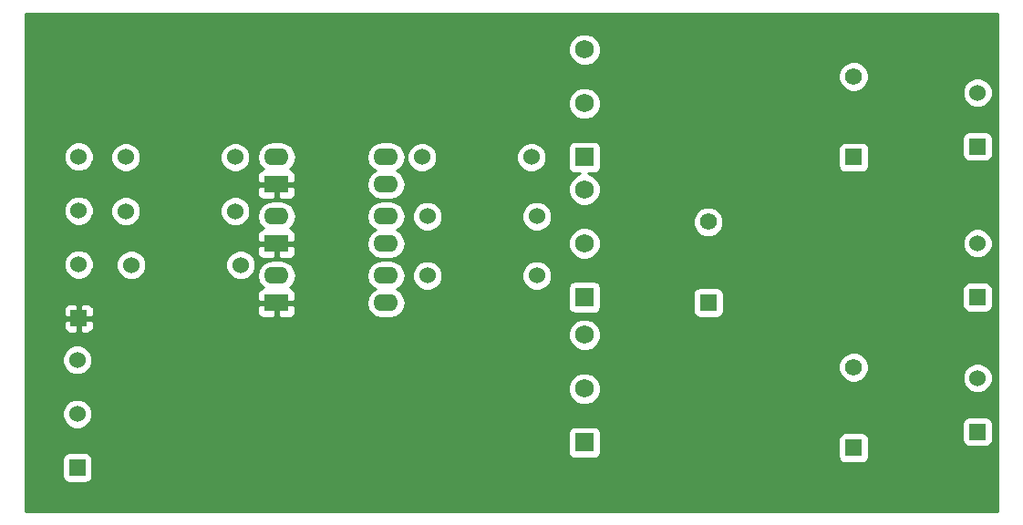
<source format=gbr>
G04 #@! TF.FileFunction,Copper,L2,Bot,Signal*
%FSLAX46Y46*%
G04 Gerber Fmt 4.6, Leading zero omitted, Abs format (unit mm)*
G04 Created by KiCad (PCBNEW 4.0.7-e1-6374~58~ubuntu14.04.1) date Fri Aug 18 20:16:30 2017*
%MOMM*%
%LPD*%
G01*
G04 APERTURE LIST*
%ADD10C,0.100000*%
%ADD11C,1.524000*%
%ADD12R,1.562100X1.562100*%
%ADD13C,1.562100*%
%ADD14R,1.524000X1.524000*%
%ADD15R,1.750000X1.750000*%
%ADD16C,1.750000*%
%ADD17R,2.286000X1.574800*%
%ADD18O,2.286000X1.574800*%
%ADD19C,0.254000*%
G04 APERTURE END LIST*
D10*
D11*
X167580000Y-140500000D03*
X157420000Y-140500000D03*
X167580000Y-145500000D03*
X157420000Y-145500000D03*
X168080000Y-150500000D03*
X157920000Y-150500000D03*
X184920000Y-140500000D03*
X195080000Y-140500000D03*
X185420000Y-146000000D03*
X195580000Y-146000000D03*
X185420000Y-151500000D03*
X195580000Y-151500000D03*
D12*
X225000000Y-140493000D03*
D13*
X225000000Y-133000000D03*
D12*
X211500000Y-153993000D03*
D13*
X211500000Y-146500000D03*
D12*
X225000000Y-167493000D03*
D13*
X225000000Y-160000000D03*
D14*
X236500000Y-166000000D03*
D11*
X236500000Y-161000000D03*
D14*
X236500000Y-139500000D03*
D11*
X236500000Y-134500000D03*
D14*
X236500000Y-153500000D03*
D11*
X236500000Y-148500000D03*
D14*
X153035000Y-155455000D03*
D11*
X153035000Y-150455000D03*
X153035000Y-145455000D03*
X153035000Y-140455000D03*
D14*
X152908000Y-169338000D03*
D11*
X152908000Y-164338000D03*
X152908000Y-159338000D03*
D15*
X200000000Y-140500000D03*
D16*
X200000000Y-135500000D03*
X200000000Y-130500000D03*
D15*
X200000000Y-153500000D03*
D16*
X200000000Y-148500000D03*
X200000000Y-143500000D03*
D15*
X200000000Y-167000000D03*
D16*
X200000000Y-162000000D03*
X200000000Y-157000000D03*
D17*
X171420000Y-154020000D03*
D18*
X171420000Y-151480000D03*
X181580000Y-151480000D03*
X181580000Y-154020000D03*
D17*
X171420000Y-148520000D03*
D18*
X171420000Y-145980000D03*
X181580000Y-145980000D03*
X181580000Y-148520000D03*
D17*
X171420000Y-143020000D03*
D18*
X171420000Y-140480000D03*
X181580000Y-140480000D03*
X181580000Y-143020000D03*
D19*
G36*
X238373000Y-173373000D02*
X148127000Y-173373000D01*
X148127000Y-168576000D01*
X151498560Y-168576000D01*
X151498560Y-170100000D01*
X151542838Y-170335317D01*
X151681910Y-170551441D01*
X151894110Y-170696431D01*
X152146000Y-170747440D01*
X153670000Y-170747440D01*
X153905317Y-170703162D01*
X154121441Y-170564090D01*
X154266431Y-170351890D01*
X154317440Y-170100000D01*
X154317440Y-168576000D01*
X154273162Y-168340683D01*
X154134090Y-168124559D01*
X153921890Y-167979569D01*
X153670000Y-167928560D01*
X152146000Y-167928560D01*
X151910683Y-167972838D01*
X151694559Y-168111910D01*
X151549569Y-168324110D01*
X151498560Y-168576000D01*
X148127000Y-168576000D01*
X148127000Y-166125000D01*
X198477560Y-166125000D01*
X198477560Y-167875000D01*
X198521838Y-168110317D01*
X198660910Y-168326441D01*
X198873110Y-168471431D01*
X199125000Y-168522440D01*
X200875000Y-168522440D01*
X201110317Y-168478162D01*
X201326441Y-168339090D01*
X201471431Y-168126890D01*
X201522440Y-167875000D01*
X201522440Y-166711950D01*
X223571510Y-166711950D01*
X223571510Y-168274050D01*
X223615788Y-168509367D01*
X223754860Y-168725491D01*
X223967060Y-168870481D01*
X224218950Y-168921490D01*
X225781050Y-168921490D01*
X226016367Y-168877212D01*
X226232491Y-168738140D01*
X226377481Y-168525940D01*
X226428490Y-168274050D01*
X226428490Y-166711950D01*
X226384212Y-166476633D01*
X226245140Y-166260509D01*
X226032940Y-166115519D01*
X225781050Y-166064510D01*
X224218950Y-166064510D01*
X223983633Y-166108788D01*
X223767509Y-166247860D01*
X223622519Y-166460060D01*
X223571510Y-166711950D01*
X201522440Y-166711950D01*
X201522440Y-166125000D01*
X201478162Y-165889683D01*
X201339090Y-165673559D01*
X201126890Y-165528569D01*
X200875000Y-165477560D01*
X199125000Y-165477560D01*
X198889683Y-165521838D01*
X198673559Y-165660910D01*
X198528569Y-165873110D01*
X198477560Y-166125000D01*
X148127000Y-166125000D01*
X148127000Y-164614661D01*
X151510758Y-164614661D01*
X151722990Y-165128303D01*
X152115630Y-165521629D01*
X152628900Y-165734757D01*
X153184661Y-165735242D01*
X153698303Y-165523010D01*
X153983810Y-165238000D01*
X235090560Y-165238000D01*
X235090560Y-166762000D01*
X235134838Y-166997317D01*
X235273910Y-167213441D01*
X235486110Y-167358431D01*
X235738000Y-167409440D01*
X237262000Y-167409440D01*
X237497317Y-167365162D01*
X237713441Y-167226090D01*
X237858431Y-167013890D01*
X237909440Y-166762000D01*
X237909440Y-165238000D01*
X237865162Y-165002683D01*
X237726090Y-164786559D01*
X237513890Y-164641569D01*
X237262000Y-164590560D01*
X235738000Y-164590560D01*
X235502683Y-164634838D01*
X235286559Y-164773910D01*
X235141569Y-164986110D01*
X235090560Y-165238000D01*
X153983810Y-165238000D01*
X154091629Y-165130370D01*
X154304757Y-164617100D01*
X154305242Y-164061339D01*
X154093010Y-163547697D01*
X153700370Y-163154371D01*
X153187100Y-162941243D01*
X152631339Y-162940758D01*
X152117697Y-163152990D01*
X151724371Y-163545630D01*
X151511243Y-164058900D01*
X151510758Y-164614661D01*
X148127000Y-164614661D01*
X148127000Y-162299040D01*
X198489738Y-162299040D01*
X198719138Y-162854229D01*
X199143537Y-163279370D01*
X199698325Y-163509738D01*
X200299040Y-163510262D01*
X200854229Y-163280862D01*
X201279370Y-162856463D01*
X201509738Y-162301675D01*
X201510262Y-161700960D01*
X201280862Y-161145771D01*
X200856463Y-160720630D01*
X200301675Y-160490262D01*
X199700960Y-160489738D01*
X199145771Y-160719138D01*
X198720630Y-161143537D01*
X198490262Y-161698325D01*
X198489738Y-162299040D01*
X148127000Y-162299040D01*
X148127000Y-159614661D01*
X151510758Y-159614661D01*
X151722990Y-160128303D01*
X152115630Y-160521629D01*
X152628900Y-160734757D01*
X153184661Y-160735242D01*
X153698303Y-160523010D01*
X153941302Y-160280434D01*
X223583705Y-160280434D01*
X223798831Y-160801080D01*
X224196825Y-161199769D01*
X224717095Y-161415804D01*
X225280434Y-161416295D01*
X225618374Y-161276661D01*
X235102758Y-161276661D01*
X235314990Y-161790303D01*
X235707630Y-162183629D01*
X236220900Y-162396757D01*
X236776661Y-162397242D01*
X237290303Y-162185010D01*
X237683629Y-161792370D01*
X237896757Y-161279100D01*
X237897242Y-160723339D01*
X237685010Y-160209697D01*
X237292370Y-159816371D01*
X236779100Y-159603243D01*
X236223339Y-159602758D01*
X235709697Y-159814990D01*
X235316371Y-160207630D01*
X235103243Y-160720900D01*
X235102758Y-161276661D01*
X225618374Y-161276661D01*
X225801080Y-161201169D01*
X226199769Y-160803175D01*
X226415804Y-160282905D01*
X226416295Y-159719566D01*
X226201169Y-159198920D01*
X225803175Y-158800231D01*
X225282905Y-158584196D01*
X224719566Y-158583705D01*
X224198920Y-158798831D01*
X223800231Y-159196825D01*
X223584196Y-159717095D01*
X223583705Y-160280434D01*
X153941302Y-160280434D01*
X154091629Y-160130370D01*
X154304757Y-159617100D01*
X154305242Y-159061339D01*
X154093010Y-158547697D01*
X153700370Y-158154371D01*
X153187100Y-157941243D01*
X152631339Y-157940758D01*
X152117697Y-158152990D01*
X151724371Y-158545630D01*
X151511243Y-159058900D01*
X151510758Y-159614661D01*
X148127000Y-159614661D01*
X148127000Y-157299040D01*
X198489738Y-157299040D01*
X198719138Y-157854229D01*
X199143537Y-158279370D01*
X199698325Y-158509738D01*
X200299040Y-158510262D01*
X200854229Y-158280862D01*
X201279370Y-157856463D01*
X201509738Y-157301675D01*
X201510262Y-156700960D01*
X201280862Y-156145771D01*
X200856463Y-155720630D01*
X200301675Y-155490262D01*
X199700960Y-155489738D01*
X199145771Y-155719138D01*
X198720630Y-156143537D01*
X198490262Y-156698325D01*
X198489738Y-157299040D01*
X148127000Y-157299040D01*
X148127000Y-155740750D01*
X151638000Y-155740750D01*
X151638000Y-156343309D01*
X151734673Y-156576698D01*
X151913301Y-156755327D01*
X152146690Y-156852000D01*
X152749250Y-156852000D01*
X152908000Y-156693250D01*
X152908000Y-155582000D01*
X153162000Y-155582000D01*
X153162000Y-156693250D01*
X153320750Y-156852000D01*
X153923310Y-156852000D01*
X154156699Y-156755327D01*
X154335327Y-156576698D01*
X154432000Y-156343309D01*
X154432000Y-155740750D01*
X154273250Y-155582000D01*
X153162000Y-155582000D01*
X152908000Y-155582000D01*
X151796750Y-155582000D01*
X151638000Y-155740750D01*
X148127000Y-155740750D01*
X148127000Y-154566691D01*
X151638000Y-154566691D01*
X151638000Y-155169250D01*
X151796750Y-155328000D01*
X152908000Y-155328000D01*
X152908000Y-154216750D01*
X153162000Y-154216750D01*
X153162000Y-155328000D01*
X154273250Y-155328000D01*
X154432000Y-155169250D01*
X154432000Y-154566691D01*
X154335327Y-154333302D01*
X154307776Y-154305750D01*
X169642000Y-154305750D01*
X169642000Y-154933710D01*
X169738673Y-155167099D01*
X169917302Y-155345727D01*
X170150691Y-155442400D01*
X171134250Y-155442400D01*
X171293000Y-155283650D01*
X171293000Y-154147000D01*
X171547000Y-154147000D01*
X171547000Y-155283650D01*
X171705750Y-155442400D01*
X172689309Y-155442400D01*
X172922698Y-155345727D01*
X173101327Y-155167099D01*
X173198000Y-154933710D01*
X173198000Y-154305750D01*
X173039250Y-154147000D01*
X171547000Y-154147000D01*
X171293000Y-154147000D01*
X169800750Y-154147000D01*
X169642000Y-154305750D01*
X154307776Y-154305750D01*
X154156699Y-154154673D01*
X153923310Y-154058000D01*
X153320750Y-154058000D01*
X153162000Y-154216750D01*
X152908000Y-154216750D01*
X152749250Y-154058000D01*
X152146690Y-154058000D01*
X151913301Y-154154673D01*
X151734673Y-154333302D01*
X151638000Y-154566691D01*
X148127000Y-154566691D01*
X148127000Y-150731661D01*
X151637758Y-150731661D01*
X151849990Y-151245303D01*
X152242630Y-151638629D01*
X152755900Y-151851757D01*
X153311661Y-151852242D01*
X153825303Y-151640010D01*
X154218629Y-151247370D01*
X154414084Y-150776661D01*
X156522758Y-150776661D01*
X156734990Y-151290303D01*
X157127630Y-151683629D01*
X157640900Y-151896757D01*
X158196661Y-151897242D01*
X158710303Y-151685010D01*
X159103629Y-151292370D01*
X159316757Y-150779100D01*
X159316759Y-150776661D01*
X166682758Y-150776661D01*
X166894990Y-151290303D01*
X167287630Y-151683629D01*
X167800900Y-151896757D01*
X168356661Y-151897242D01*
X168870303Y-151685010D01*
X169075671Y-151480000D01*
X169607167Y-151480000D01*
X169715441Y-152024329D01*
X170023778Y-152485789D01*
X170191115Y-152597600D01*
X170150691Y-152597600D01*
X169917302Y-152694273D01*
X169738673Y-152872901D01*
X169642000Y-153106290D01*
X169642000Y-153734250D01*
X169800750Y-153893000D01*
X171293000Y-153893000D01*
X171293000Y-153873000D01*
X171547000Y-153873000D01*
X171547000Y-153893000D01*
X173039250Y-153893000D01*
X173198000Y-153734250D01*
X173198000Y-153106290D01*
X173101327Y-152872901D01*
X172922698Y-152694273D01*
X172689309Y-152597600D01*
X172648885Y-152597600D01*
X172816222Y-152485789D01*
X173124559Y-152024329D01*
X173232833Y-151480000D01*
X179767167Y-151480000D01*
X179875441Y-152024329D01*
X180183778Y-152485789D01*
X180579199Y-152750000D01*
X180183778Y-153014211D01*
X179875441Y-153475671D01*
X179767167Y-154020000D01*
X179875441Y-154564329D01*
X180183778Y-155025789D01*
X180645238Y-155334126D01*
X181189567Y-155442400D01*
X181970433Y-155442400D01*
X182514762Y-155334126D01*
X182976222Y-155025789D01*
X183284559Y-154564329D01*
X183392833Y-154020000D01*
X183284559Y-153475671D01*
X182976222Y-153014211D01*
X182580801Y-152750000D01*
X182976222Y-152485789D01*
X183284559Y-152024329D01*
X183333823Y-151776661D01*
X184022758Y-151776661D01*
X184234990Y-152290303D01*
X184627630Y-152683629D01*
X185140900Y-152896757D01*
X185696661Y-152897242D01*
X186210303Y-152685010D01*
X186603629Y-152292370D01*
X186816757Y-151779100D01*
X186816759Y-151776661D01*
X194182758Y-151776661D01*
X194394990Y-152290303D01*
X194787630Y-152683629D01*
X195300900Y-152896757D01*
X195856661Y-152897242D01*
X196370303Y-152685010D01*
X196430417Y-152625000D01*
X198477560Y-152625000D01*
X198477560Y-154375000D01*
X198521838Y-154610317D01*
X198660910Y-154826441D01*
X198873110Y-154971431D01*
X199125000Y-155022440D01*
X200875000Y-155022440D01*
X201110317Y-154978162D01*
X201326441Y-154839090D01*
X201471431Y-154626890D01*
X201522440Y-154375000D01*
X201522440Y-153211950D01*
X210071510Y-153211950D01*
X210071510Y-154774050D01*
X210115788Y-155009367D01*
X210254860Y-155225491D01*
X210467060Y-155370481D01*
X210718950Y-155421490D01*
X212281050Y-155421490D01*
X212516367Y-155377212D01*
X212732491Y-155238140D01*
X212877481Y-155025940D01*
X212928490Y-154774050D01*
X212928490Y-153211950D01*
X212884212Y-152976633D01*
X212745140Y-152760509D01*
X212712197Y-152738000D01*
X235090560Y-152738000D01*
X235090560Y-154262000D01*
X235134838Y-154497317D01*
X235273910Y-154713441D01*
X235486110Y-154858431D01*
X235738000Y-154909440D01*
X237262000Y-154909440D01*
X237497317Y-154865162D01*
X237713441Y-154726090D01*
X237858431Y-154513890D01*
X237909440Y-154262000D01*
X237909440Y-152738000D01*
X237865162Y-152502683D01*
X237726090Y-152286559D01*
X237513890Y-152141569D01*
X237262000Y-152090560D01*
X235738000Y-152090560D01*
X235502683Y-152134838D01*
X235286559Y-152273910D01*
X235141569Y-152486110D01*
X235090560Y-152738000D01*
X212712197Y-152738000D01*
X212532940Y-152615519D01*
X212281050Y-152564510D01*
X210718950Y-152564510D01*
X210483633Y-152608788D01*
X210267509Y-152747860D01*
X210122519Y-152960060D01*
X210071510Y-153211950D01*
X201522440Y-153211950D01*
X201522440Y-152625000D01*
X201478162Y-152389683D01*
X201339090Y-152173559D01*
X201126890Y-152028569D01*
X200875000Y-151977560D01*
X199125000Y-151977560D01*
X198889683Y-152021838D01*
X198673559Y-152160910D01*
X198528569Y-152373110D01*
X198477560Y-152625000D01*
X196430417Y-152625000D01*
X196763629Y-152292370D01*
X196976757Y-151779100D01*
X196977242Y-151223339D01*
X196765010Y-150709697D01*
X196372370Y-150316371D01*
X195859100Y-150103243D01*
X195303339Y-150102758D01*
X194789697Y-150314990D01*
X194396371Y-150707630D01*
X194183243Y-151220900D01*
X194182758Y-151776661D01*
X186816759Y-151776661D01*
X186817242Y-151223339D01*
X186605010Y-150709697D01*
X186212370Y-150316371D01*
X185699100Y-150103243D01*
X185143339Y-150102758D01*
X184629697Y-150314990D01*
X184236371Y-150707630D01*
X184023243Y-151220900D01*
X184022758Y-151776661D01*
X183333823Y-151776661D01*
X183392833Y-151480000D01*
X183284559Y-150935671D01*
X182976222Y-150474211D01*
X182514762Y-150165874D01*
X181970433Y-150057600D01*
X181189567Y-150057600D01*
X180645238Y-150165874D01*
X180183778Y-150474211D01*
X179875441Y-150935671D01*
X179767167Y-151480000D01*
X173232833Y-151480000D01*
X173124559Y-150935671D01*
X172816222Y-150474211D01*
X172354762Y-150165874D01*
X171810433Y-150057600D01*
X171029567Y-150057600D01*
X170485238Y-150165874D01*
X170023778Y-150474211D01*
X169715441Y-150935671D01*
X169607167Y-151480000D01*
X169075671Y-151480000D01*
X169263629Y-151292370D01*
X169476757Y-150779100D01*
X169477242Y-150223339D01*
X169265010Y-149709697D01*
X168872370Y-149316371D01*
X168359100Y-149103243D01*
X167803339Y-149102758D01*
X167289697Y-149314990D01*
X166896371Y-149707630D01*
X166683243Y-150220900D01*
X166682758Y-150776661D01*
X159316759Y-150776661D01*
X159317242Y-150223339D01*
X159105010Y-149709697D01*
X158712370Y-149316371D01*
X158199100Y-149103243D01*
X157643339Y-149102758D01*
X157129697Y-149314990D01*
X156736371Y-149707630D01*
X156523243Y-150220900D01*
X156522758Y-150776661D01*
X154414084Y-150776661D01*
X154431757Y-150734100D01*
X154432242Y-150178339D01*
X154220010Y-149664697D01*
X153827370Y-149271371D01*
X153314100Y-149058243D01*
X152758339Y-149057758D01*
X152244697Y-149269990D01*
X151851371Y-149662630D01*
X151638243Y-150175900D01*
X151637758Y-150731661D01*
X148127000Y-150731661D01*
X148127000Y-148805750D01*
X169642000Y-148805750D01*
X169642000Y-149433710D01*
X169738673Y-149667099D01*
X169917302Y-149845727D01*
X170150691Y-149942400D01*
X171134250Y-149942400D01*
X171293000Y-149783650D01*
X171293000Y-148647000D01*
X171547000Y-148647000D01*
X171547000Y-149783650D01*
X171705750Y-149942400D01*
X172689309Y-149942400D01*
X172922698Y-149845727D01*
X173101327Y-149667099D01*
X173198000Y-149433710D01*
X173198000Y-148805750D01*
X173039250Y-148647000D01*
X171547000Y-148647000D01*
X171293000Y-148647000D01*
X169800750Y-148647000D01*
X169642000Y-148805750D01*
X148127000Y-148805750D01*
X148127000Y-145731661D01*
X151637758Y-145731661D01*
X151849990Y-146245303D01*
X152242630Y-146638629D01*
X152755900Y-146851757D01*
X153311661Y-146852242D01*
X153825303Y-146640010D01*
X154218629Y-146247370D01*
X154414084Y-145776661D01*
X156022758Y-145776661D01*
X156234990Y-146290303D01*
X156627630Y-146683629D01*
X157140900Y-146896757D01*
X157696661Y-146897242D01*
X158210303Y-146685010D01*
X158603629Y-146292370D01*
X158816757Y-145779100D01*
X158816759Y-145776661D01*
X166182758Y-145776661D01*
X166394990Y-146290303D01*
X166787630Y-146683629D01*
X167300900Y-146896757D01*
X167856661Y-146897242D01*
X168370303Y-146685010D01*
X168763629Y-146292370D01*
X168893336Y-145980000D01*
X169607167Y-145980000D01*
X169715441Y-146524329D01*
X170023778Y-146985789D01*
X170191115Y-147097600D01*
X170150691Y-147097600D01*
X169917302Y-147194273D01*
X169738673Y-147372901D01*
X169642000Y-147606290D01*
X169642000Y-148234250D01*
X169800750Y-148393000D01*
X171293000Y-148393000D01*
X171293000Y-148373000D01*
X171547000Y-148373000D01*
X171547000Y-148393000D01*
X173039250Y-148393000D01*
X173198000Y-148234250D01*
X173198000Y-147606290D01*
X173101327Y-147372901D01*
X172922698Y-147194273D01*
X172689309Y-147097600D01*
X172648885Y-147097600D01*
X172816222Y-146985789D01*
X173124559Y-146524329D01*
X173232833Y-145980000D01*
X179767167Y-145980000D01*
X179875441Y-146524329D01*
X180183778Y-146985789D01*
X180579199Y-147250000D01*
X180183778Y-147514211D01*
X179875441Y-147975671D01*
X179767167Y-148520000D01*
X179875441Y-149064329D01*
X180183778Y-149525789D01*
X180645238Y-149834126D01*
X181189567Y-149942400D01*
X181970433Y-149942400D01*
X182514762Y-149834126D01*
X182976222Y-149525789D01*
X183284559Y-149064329D01*
X183337328Y-148799040D01*
X198489738Y-148799040D01*
X198719138Y-149354229D01*
X199143537Y-149779370D01*
X199698325Y-150009738D01*
X200299040Y-150010262D01*
X200854229Y-149780862D01*
X201279370Y-149356463D01*
X201509738Y-148801675D01*
X201509759Y-148776661D01*
X235102758Y-148776661D01*
X235314990Y-149290303D01*
X235707630Y-149683629D01*
X236220900Y-149896757D01*
X236776661Y-149897242D01*
X237290303Y-149685010D01*
X237683629Y-149292370D01*
X237896757Y-148779100D01*
X237897242Y-148223339D01*
X237685010Y-147709697D01*
X237292370Y-147316371D01*
X236779100Y-147103243D01*
X236223339Y-147102758D01*
X235709697Y-147314990D01*
X235316371Y-147707630D01*
X235103243Y-148220900D01*
X235102758Y-148776661D01*
X201509759Y-148776661D01*
X201510262Y-148200960D01*
X201280862Y-147645771D01*
X200856463Y-147220630D01*
X200301675Y-146990262D01*
X199700960Y-146989738D01*
X199145771Y-147219138D01*
X198720630Y-147643537D01*
X198490262Y-148198325D01*
X198489738Y-148799040D01*
X183337328Y-148799040D01*
X183392833Y-148520000D01*
X183284559Y-147975671D01*
X182976222Y-147514211D01*
X182580801Y-147250000D01*
X182976222Y-146985789D01*
X183284559Y-146524329D01*
X183333823Y-146276661D01*
X184022758Y-146276661D01*
X184234990Y-146790303D01*
X184627630Y-147183629D01*
X185140900Y-147396757D01*
X185696661Y-147397242D01*
X186210303Y-147185010D01*
X186603629Y-146792370D01*
X186816757Y-146279100D01*
X186816759Y-146276661D01*
X194182758Y-146276661D01*
X194394990Y-146790303D01*
X194787630Y-147183629D01*
X195300900Y-147396757D01*
X195856661Y-147397242D01*
X196370303Y-147185010D01*
X196763629Y-146792370D01*
X196768585Y-146780434D01*
X210083705Y-146780434D01*
X210298831Y-147301080D01*
X210696825Y-147699769D01*
X211217095Y-147915804D01*
X211780434Y-147916295D01*
X212301080Y-147701169D01*
X212699769Y-147303175D01*
X212915804Y-146782905D01*
X212916295Y-146219566D01*
X212701169Y-145698920D01*
X212303175Y-145300231D01*
X211782905Y-145084196D01*
X211219566Y-145083705D01*
X210698920Y-145298831D01*
X210300231Y-145696825D01*
X210084196Y-146217095D01*
X210083705Y-146780434D01*
X196768585Y-146780434D01*
X196976757Y-146279100D01*
X196977242Y-145723339D01*
X196765010Y-145209697D01*
X196372370Y-144816371D01*
X195859100Y-144603243D01*
X195303339Y-144602758D01*
X194789697Y-144814990D01*
X194396371Y-145207630D01*
X194183243Y-145720900D01*
X194182758Y-146276661D01*
X186816759Y-146276661D01*
X186817242Y-145723339D01*
X186605010Y-145209697D01*
X186212370Y-144816371D01*
X185699100Y-144603243D01*
X185143339Y-144602758D01*
X184629697Y-144814990D01*
X184236371Y-145207630D01*
X184023243Y-145720900D01*
X184022758Y-146276661D01*
X183333823Y-146276661D01*
X183392833Y-145980000D01*
X183284559Y-145435671D01*
X182976222Y-144974211D01*
X182514762Y-144665874D01*
X181970433Y-144557600D01*
X181189567Y-144557600D01*
X180645238Y-144665874D01*
X180183778Y-144974211D01*
X179875441Y-145435671D01*
X179767167Y-145980000D01*
X173232833Y-145980000D01*
X173124559Y-145435671D01*
X172816222Y-144974211D01*
X172354762Y-144665874D01*
X171810433Y-144557600D01*
X171029567Y-144557600D01*
X170485238Y-144665874D01*
X170023778Y-144974211D01*
X169715441Y-145435671D01*
X169607167Y-145980000D01*
X168893336Y-145980000D01*
X168976757Y-145779100D01*
X168977242Y-145223339D01*
X168765010Y-144709697D01*
X168372370Y-144316371D01*
X167859100Y-144103243D01*
X167303339Y-144102758D01*
X166789697Y-144314990D01*
X166396371Y-144707630D01*
X166183243Y-145220900D01*
X166182758Y-145776661D01*
X158816759Y-145776661D01*
X158817242Y-145223339D01*
X158605010Y-144709697D01*
X158212370Y-144316371D01*
X157699100Y-144103243D01*
X157143339Y-144102758D01*
X156629697Y-144314990D01*
X156236371Y-144707630D01*
X156023243Y-145220900D01*
X156022758Y-145776661D01*
X154414084Y-145776661D01*
X154431757Y-145734100D01*
X154432242Y-145178339D01*
X154220010Y-144664697D01*
X153827370Y-144271371D01*
X153314100Y-144058243D01*
X152758339Y-144057758D01*
X152244697Y-144269990D01*
X151851371Y-144662630D01*
X151638243Y-145175900D01*
X151637758Y-145731661D01*
X148127000Y-145731661D01*
X148127000Y-143305750D01*
X169642000Y-143305750D01*
X169642000Y-143933710D01*
X169738673Y-144167099D01*
X169917302Y-144345727D01*
X170150691Y-144442400D01*
X171134250Y-144442400D01*
X171293000Y-144283650D01*
X171293000Y-143147000D01*
X171547000Y-143147000D01*
X171547000Y-144283650D01*
X171705750Y-144442400D01*
X172689309Y-144442400D01*
X172922698Y-144345727D01*
X173101327Y-144167099D01*
X173198000Y-143933710D01*
X173198000Y-143305750D01*
X173039250Y-143147000D01*
X171547000Y-143147000D01*
X171293000Y-143147000D01*
X169800750Y-143147000D01*
X169642000Y-143305750D01*
X148127000Y-143305750D01*
X148127000Y-140731661D01*
X151637758Y-140731661D01*
X151849990Y-141245303D01*
X152242630Y-141638629D01*
X152755900Y-141851757D01*
X153311661Y-141852242D01*
X153825303Y-141640010D01*
X154218629Y-141247370D01*
X154414084Y-140776661D01*
X156022758Y-140776661D01*
X156234990Y-141290303D01*
X156627630Y-141683629D01*
X157140900Y-141896757D01*
X157696661Y-141897242D01*
X158210303Y-141685010D01*
X158603629Y-141292370D01*
X158816757Y-140779100D01*
X158816759Y-140776661D01*
X166182758Y-140776661D01*
X166394990Y-141290303D01*
X166787630Y-141683629D01*
X167300900Y-141896757D01*
X167856661Y-141897242D01*
X168370303Y-141685010D01*
X168763629Y-141292370D01*
X168976757Y-140779100D01*
X168977018Y-140480000D01*
X169607167Y-140480000D01*
X169715441Y-141024329D01*
X170023778Y-141485789D01*
X170191115Y-141597600D01*
X170150691Y-141597600D01*
X169917302Y-141694273D01*
X169738673Y-141872901D01*
X169642000Y-142106290D01*
X169642000Y-142734250D01*
X169800750Y-142893000D01*
X171293000Y-142893000D01*
X171293000Y-142873000D01*
X171547000Y-142873000D01*
X171547000Y-142893000D01*
X173039250Y-142893000D01*
X173198000Y-142734250D01*
X173198000Y-142106290D01*
X173101327Y-141872901D01*
X172922698Y-141694273D01*
X172689309Y-141597600D01*
X172648885Y-141597600D01*
X172816222Y-141485789D01*
X173124559Y-141024329D01*
X173232833Y-140480000D01*
X179767167Y-140480000D01*
X179875441Y-141024329D01*
X180183778Y-141485789D01*
X180579199Y-141750000D01*
X180183778Y-142014211D01*
X179875441Y-142475671D01*
X179767167Y-143020000D01*
X179875441Y-143564329D01*
X180183778Y-144025789D01*
X180645238Y-144334126D01*
X181189567Y-144442400D01*
X181970433Y-144442400D01*
X182514762Y-144334126D01*
X182976222Y-144025789D01*
X183284559Y-143564329D01*
X183392833Y-143020000D01*
X183284559Y-142475671D01*
X182976222Y-142014211D01*
X182580801Y-141750000D01*
X182976222Y-141485789D01*
X183284559Y-141024329D01*
X183333823Y-140776661D01*
X183522758Y-140776661D01*
X183734990Y-141290303D01*
X184127630Y-141683629D01*
X184640900Y-141896757D01*
X185196661Y-141897242D01*
X185710303Y-141685010D01*
X186103629Y-141292370D01*
X186316757Y-140779100D01*
X186316759Y-140776661D01*
X193682758Y-140776661D01*
X193894990Y-141290303D01*
X194287630Y-141683629D01*
X194800900Y-141896757D01*
X195356661Y-141897242D01*
X195870303Y-141685010D01*
X196263629Y-141292370D01*
X196476757Y-140779100D01*
X196477242Y-140223339D01*
X196265010Y-139709697D01*
X196180461Y-139625000D01*
X198477560Y-139625000D01*
X198477560Y-141375000D01*
X198521838Y-141610317D01*
X198660910Y-141826441D01*
X198873110Y-141971431D01*
X199125000Y-142022440D01*
X199621815Y-142022440D01*
X199145771Y-142219138D01*
X198720630Y-142643537D01*
X198490262Y-143198325D01*
X198489738Y-143799040D01*
X198719138Y-144354229D01*
X199143537Y-144779370D01*
X199698325Y-145009738D01*
X200299040Y-145010262D01*
X200854229Y-144780862D01*
X201279370Y-144356463D01*
X201509738Y-143801675D01*
X201510262Y-143200960D01*
X201280862Y-142645771D01*
X200856463Y-142220630D01*
X200379168Y-142022440D01*
X200875000Y-142022440D01*
X201110317Y-141978162D01*
X201326441Y-141839090D01*
X201471431Y-141626890D01*
X201522440Y-141375000D01*
X201522440Y-139711950D01*
X223571510Y-139711950D01*
X223571510Y-141274050D01*
X223615788Y-141509367D01*
X223754860Y-141725491D01*
X223967060Y-141870481D01*
X224218950Y-141921490D01*
X225781050Y-141921490D01*
X226016367Y-141877212D01*
X226232491Y-141738140D01*
X226377481Y-141525940D01*
X226428490Y-141274050D01*
X226428490Y-139711950D01*
X226384212Y-139476633D01*
X226245140Y-139260509D01*
X226032940Y-139115519D01*
X225781050Y-139064510D01*
X224218950Y-139064510D01*
X223983633Y-139108788D01*
X223767509Y-139247860D01*
X223622519Y-139460060D01*
X223571510Y-139711950D01*
X201522440Y-139711950D01*
X201522440Y-139625000D01*
X201478162Y-139389683D01*
X201339090Y-139173559D01*
X201126890Y-139028569D01*
X200875000Y-138977560D01*
X199125000Y-138977560D01*
X198889683Y-139021838D01*
X198673559Y-139160910D01*
X198528569Y-139373110D01*
X198477560Y-139625000D01*
X196180461Y-139625000D01*
X195872370Y-139316371D01*
X195359100Y-139103243D01*
X194803339Y-139102758D01*
X194289697Y-139314990D01*
X193896371Y-139707630D01*
X193683243Y-140220900D01*
X193682758Y-140776661D01*
X186316759Y-140776661D01*
X186317242Y-140223339D01*
X186105010Y-139709697D01*
X185712370Y-139316371D01*
X185199100Y-139103243D01*
X184643339Y-139102758D01*
X184129697Y-139314990D01*
X183736371Y-139707630D01*
X183523243Y-140220900D01*
X183522758Y-140776661D01*
X183333823Y-140776661D01*
X183392833Y-140480000D01*
X183284559Y-139935671D01*
X182976222Y-139474211D01*
X182514762Y-139165874D01*
X181970433Y-139057600D01*
X181189567Y-139057600D01*
X180645238Y-139165874D01*
X180183778Y-139474211D01*
X179875441Y-139935671D01*
X179767167Y-140480000D01*
X173232833Y-140480000D01*
X173124559Y-139935671D01*
X172816222Y-139474211D01*
X172354762Y-139165874D01*
X171810433Y-139057600D01*
X171029567Y-139057600D01*
X170485238Y-139165874D01*
X170023778Y-139474211D01*
X169715441Y-139935671D01*
X169607167Y-140480000D01*
X168977018Y-140480000D01*
X168977242Y-140223339D01*
X168765010Y-139709697D01*
X168372370Y-139316371D01*
X167859100Y-139103243D01*
X167303339Y-139102758D01*
X166789697Y-139314990D01*
X166396371Y-139707630D01*
X166183243Y-140220900D01*
X166182758Y-140776661D01*
X158816759Y-140776661D01*
X158817242Y-140223339D01*
X158605010Y-139709697D01*
X158212370Y-139316371D01*
X157699100Y-139103243D01*
X157143339Y-139102758D01*
X156629697Y-139314990D01*
X156236371Y-139707630D01*
X156023243Y-140220900D01*
X156022758Y-140776661D01*
X154414084Y-140776661D01*
X154431757Y-140734100D01*
X154432242Y-140178339D01*
X154220010Y-139664697D01*
X153827370Y-139271371D01*
X153314100Y-139058243D01*
X152758339Y-139057758D01*
X152244697Y-139269990D01*
X151851371Y-139662630D01*
X151638243Y-140175900D01*
X151637758Y-140731661D01*
X148127000Y-140731661D01*
X148127000Y-138738000D01*
X235090560Y-138738000D01*
X235090560Y-140262000D01*
X235134838Y-140497317D01*
X235273910Y-140713441D01*
X235486110Y-140858431D01*
X235738000Y-140909440D01*
X237262000Y-140909440D01*
X237497317Y-140865162D01*
X237713441Y-140726090D01*
X237858431Y-140513890D01*
X237909440Y-140262000D01*
X237909440Y-138738000D01*
X237865162Y-138502683D01*
X237726090Y-138286559D01*
X237513890Y-138141569D01*
X237262000Y-138090560D01*
X235738000Y-138090560D01*
X235502683Y-138134838D01*
X235286559Y-138273910D01*
X235141569Y-138486110D01*
X235090560Y-138738000D01*
X148127000Y-138738000D01*
X148127000Y-135799040D01*
X198489738Y-135799040D01*
X198719138Y-136354229D01*
X199143537Y-136779370D01*
X199698325Y-137009738D01*
X200299040Y-137010262D01*
X200854229Y-136780862D01*
X201279370Y-136356463D01*
X201509738Y-135801675D01*
X201510262Y-135200960D01*
X201334945Y-134776661D01*
X235102758Y-134776661D01*
X235314990Y-135290303D01*
X235707630Y-135683629D01*
X236220900Y-135896757D01*
X236776661Y-135897242D01*
X237290303Y-135685010D01*
X237683629Y-135292370D01*
X237896757Y-134779100D01*
X237897242Y-134223339D01*
X237685010Y-133709697D01*
X237292370Y-133316371D01*
X236779100Y-133103243D01*
X236223339Y-133102758D01*
X235709697Y-133314990D01*
X235316371Y-133707630D01*
X235103243Y-134220900D01*
X235102758Y-134776661D01*
X201334945Y-134776661D01*
X201280862Y-134645771D01*
X200856463Y-134220630D01*
X200301675Y-133990262D01*
X199700960Y-133989738D01*
X199145771Y-134219138D01*
X198720630Y-134643537D01*
X198490262Y-135198325D01*
X198489738Y-135799040D01*
X148127000Y-135799040D01*
X148127000Y-133280434D01*
X223583705Y-133280434D01*
X223798831Y-133801080D01*
X224196825Y-134199769D01*
X224717095Y-134415804D01*
X225280434Y-134416295D01*
X225801080Y-134201169D01*
X226199769Y-133803175D01*
X226415804Y-133282905D01*
X226416295Y-132719566D01*
X226201169Y-132198920D01*
X225803175Y-131800231D01*
X225282905Y-131584196D01*
X224719566Y-131583705D01*
X224198920Y-131798831D01*
X223800231Y-132196825D01*
X223584196Y-132717095D01*
X223583705Y-133280434D01*
X148127000Y-133280434D01*
X148127000Y-130799040D01*
X198489738Y-130799040D01*
X198719138Y-131354229D01*
X199143537Y-131779370D01*
X199698325Y-132009738D01*
X200299040Y-132010262D01*
X200854229Y-131780862D01*
X201279370Y-131356463D01*
X201509738Y-130801675D01*
X201510262Y-130200960D01*
X201280862Y-129645771D01*
X200856463Y-129220630D01*
X200301675Y-128990262D01*
X199700960Y-128989738D01*
X199145771Y-129219138D01*
X198720630Y-129643537D01*
X198490262Y-130198325D01*
X198489738Y-130799040D01*
X148127000Y-130799040D01*
X148127000Y-127127000D01*
X238373000Y-127127000D01*
X238373000Y-173373000D01*
X238373000Y-173373000D01*
G37*
X238373000Y-173373000D02*
X148127000Y-173373000D01*
X148127000Y-168576000D01*
X151498560Y-168576000D01*
X151498560Y-170100000D01*
X151542838Y-170335317D01*
X151681910Y-170551441D01*
X151894110Y-170696431D01*
X152146000Y-170747440D01*
X153670000Y-170747440D01*
X153905317Y-170703162D01*
X154121441Y-170564090D01*
X154266431Y-170351890D01*
X154317440Y-170100000D01*
X154317440Y-168576000D01*
X154273162Y-168340683D01*
X154134090Y-168124559D01*
X153921890Y-167979569D01*
X153670000Y-167928560D01*
X152146000Y-167928560D01*
X151910683Y-167972838D01*
X151694559Y-168111910D01*
X151549569Y-168324110D01*
X151498560Y-168576000D01*
X148127000Y-168576000D01*
X148127000Y-166125000D01*
X198477560Y-166125000D01*
X198477560Y-167875000D01*
X198521838Y-168110317D01*
X198660910Y-168326441D01*
X198873110Y-168471431D01*
X199125000Y-168522440D01*
X200875000Y-168522440D01*
X201110317Y-168478162D01*
X201326441Y-168339090D01*
X201471431Y-168126890D01*
X201522440Y-167875000D01*
X201522440Y-166711950D01*
X223571510Y-166711950D01*
X223571510Y-168274050D01*
X223615788Y-168509367D01*
X223754860Y-168725491D01*
X223967060Y-168870481D01*
X224218950Y-168921490D01*
X225781050Y-168921490D01*
X226016367Y-168877212D01*
X226232491Y-168738140D01*
X226377481Y-168525940D01*
X226428490Y-168274050D01*
X226428490Y-166711950D01*
X226384212Y-166476633D01*
X226245140Y-166260509D01*
X226032940Y-166115519D01*
X225781050Y-166064510D01*
X224218950Y-166064510D01*
X223983633Y-166108788D01*
X223767509Y-166247860D01*
X223622519Y-166460060D01*
X223571510Y-166711950D01*
X201522440Y-166711950D01*
X201522440Y-166125000D01*
X201478162Y-165889683D01*
X201339090Y-165673559D01*
X201126890Y-165528569D01*
X200875000Y-165477560D01*
X199125000Y-165477560D01*
X198889683Y-165521838D01*
X198673559Y-165660910D01*
X198528569Y-165873110D01*
X198477560Y-166125000D01*
X148127000Y-166125000D01*
X148127000Y-164614661D01*
X151510758Y-164614661D01*
X151722990Y-165128303D01*
X152115630Y-165521629D01*
X152628900Y-165734757D01*
X153184661Y-165735242D01*
X153698303Y-165523010D01*
X153983810Y-165238000D01*
X235090560Y-165238000D01*
X235090560Y-166762000D01*
X235134838Y-166997317D01*
X235273910Y-167213441D01*
X235486110Y-167358431D01*
X235738000Y-167409440D01*
X237262000Y-167409440D01*
X237497317Y-167365162D01*
X237713441Y-167226090D01*
X237858431Y-167013890D01*
X237909440Y-166762000D01*
X237909440Y-165238000D01*
X237865162Y-165002683D01*
X237726090Y-164786559D01*
X237513890Y-164641569D01*
X237262000Y-164590560D01*
X235738000Y-164590560D01*
X235502683Y-164634838D01*
X235286559Y-164773910D01*
X235141569Y-164986110D01*
X235090560Y-165238000D01*
X153983810Y-165238000D01*
X154091629Y-165130370D01*
X154304757Y-164617100D01*
X154305242Y-164061339D01*
X154093010Y-163547697D01*
X153700370Y-163154371D01*
X153187100Y-162941243D01*
X152631339Y-162940758D01*
X152117697Y-163152990D01*
X151724371Y-163545630D01*
X151511243Y-164058900D01*
X151510758Y-164614661D01*
X148127000Y-164614661D01*
X148127000Y-162299040D01*
X198489738Y-162299040D01*
X198719138Y-162854229D01*
X199143537Y-163279370D01*
X199698325Y-163509738D01*
X200299040Y-163510262D01*
X200854229Y-163280862D01*
X201279370Y-162856463D01*
X201509738Y-162301675D01*
X201510262Y-161700960D01*
X201280862Y-161145771D01*
X200856463Y-160720630D01*
X200301675Y-160490262D01*
X199700960Y-160489738D01*
X199145771Y-160719138D01*
X198720630Y-161143537D01*
X198490262Y-161698325D01*
X198489738Y-162299040D01*
X148127000Y-162299040D01*
X148127000Y-159614661D01*
X151510758Y-159614661D01*
X151722990Y-160128303D01*
X152115630Y-160521629D01*
X152628900Y-160734757D01*
X153184661Y-160735242D01*
X153698303Y-160523010D01*
X153941302Y-160280434D01*
X223583705Y-160280434D01*
X223798831Y-160801080D01*
X224196825Y-161199769D01*
X224717095Y-161415804D01*
X225280434Y-161416295D01*
X225618374Y-161276661D01*
X235102758Y-161276661D01*
X235314990Y-161790303D01*
X235707630Y-162183629D01*
X236220900Y-162396757D01*
X236776661Y-162397242D01*
X237290303Y-162185010D01*
X237683629Y-161792370D01*
X237896757Y-161279100D01*
X237897242Y-160723339D01*
X237685010Y-160209697D01*
X237292370Y-159816371D01*
X236779100Y-159603243D01*
X236223339Y-159602758D01*
X235709697Y-159814990D01*
X235316371Y-160207630D01*
X235103243Y-160720900D01*
X235102758Y-161276661D01*
X225618374Y-161276661D01*
X225801080Y-161201169D01*
X226199769Y-160803175D01*
X226415804Y-160282905D01*
X226416295Y-159719566D01*
X226201169Y-159198920D01*
X225803175Y-158800231D01*
X225282905Y-158584196D01*
X224719566Y-158583705D01*
X224198920Y-158798831D01*
X223800231Y-159196825D01*
X223584196Y-159717095D01*
X223583705Y-160280434D01*
X153941302Y-160280434D01*
X154091629Y-160130370D01*
X154304757Y-159617100D01*
X154305242Y-159061339D01*
X154093010Y-158547697D01*
X153700370Y-158154371D01*
X153187100Y-157941243D01*
X152631339Y-157940758D01*
X152117697Y-158152990D01*
X151724371Y-158545630D01*
X151511243Y-159058900D01*
X151510758Y-159614661D01*
X148127000Y-159614661D01*
X148127000Y-157299040D01*
X198489738Y-157299040D01*
X198719138Y-157854229D01*
X199143537Y-158279370D01*
X199698325Y-158509738D01*
X200299040Y-158510262D01*
X200854229Y-158280862D01*
X201279370Y-157856463D01*
X201509738Y-157301675D01*
X201510262Y-156700960D01*
X201280862Y-156145771D01*
X200856463Y-155720630D01*
X200301675Y-155490262D01*
X199700960Y-155489738D01*
X199145771Y-155719138D01*
X198720630Y-156143537D01*
X198490262Y-156698325D01*
X198489738Y-157299040D01*
X148127000Y-157299040D01*
X148127000Y-155740750D01*
X151638000Y-155740750D01*
X151638000Y-156343309D01*
X151734673Y-156576698D01*
X151913301Y-156755327D01*
X152146690Y-156852000D01*
X152749250Y-156852000D01*
X152908000Y-156693250D01*
X152908000Y-155582000D01*
X153162000Y-155582000D01*
X153162000Y-156693250D01*
X153320750Y-156852000D01*
X153923310Y-156852000D01*
X154156699Y-156755327D01*
X154335327Y-156576698D01*
X154432000Y-156343309D01*
X154432000Y-155740750D01*
X154273250Y-155582000D01*
X153162000Y-155582000D01*
X152908000Y-155582000D01*
X151796750Y-155582000D01*
X151638000Y-155740750D01*
X148127000Y-155740750D01*
X148127000Y-154566691D01*
X151638000Y-154566691D01*
X151638000Y-155169250D01*
X151796750Y-155328000D01*
X152908000Y-155328000D01*
X152908000Y-154216750D01*
X153162000Y-154216750D01*
X153162000Y-155328000D01*
X154273250Y-155328000D01*
X154432000Y-155169250D01*
X154432000Y-154566691D01*
X154335327Y-154333302D01*
X154307776Y-154305750D01*
X169642000Y-154305750D01*
X169642000Y-154933710D01*
X169738673Y-155167099D01*
X169917302Y-155345727D01*
X170150691Y-155442400D01*
X171134250Y-155442400D01*
X171293000Y-155283650D01*
X171293000Y-154147000D01*
X171547000Y-154147000D01*
X171547000Y-155283650D01*
X171705750Y-155442400D01*
X172689309Y-155442400D01*
X172922698Y-155345727D01*
X173101327Y-155167099D01*
X173198000Y-154933710D01*
X173198000Y-154305750D01*
X173039250Y-154147000D01*
X171547000Y-154147000D01*
X171293000Y-154147000D01*
X169800750Y-154147000D01*
X169642000Y-154305750D01*
X154307776Y-154305750D01*
X154156699Y-154154673D01*
X153923310Y-154058000D01*
X153320750Y-154058000D01*
X153162000Y-154216750D01*
X152908000Y-154216750D01*
X152749250Y-154058000D01*
X152146690Y-154058000D01*
X151913301Y-154154673D01*
X151734673Y-154333302D01*
X151638000Y-154566691D01*
X148127000Y-154566691D01*
X148127000Y-150731661D01*
X151637758Y-150731661D01*
X151849990Y-151245303D01*
X152242630Y-151638629D01*
X152755900Y-151851757D01*
X153311661Y-151852242D01*
X153825303Y-151640010D01*
X154218629Y-151247370D01*
X154414084Y-150776661D01*
X156522758Y-150776661D01*
X156734990Y-151290303D01*
X157127630Y-151683629D01*
X157640900Y-151896757D01*
X158196661Y-151897242D01*
X158710303Y-151685010D01*
X159103629Y-151292370D01*
X159316757Y-150779100D01*
X159316759Y-150776661D01*
X166682758Y-150776661D01*
X166894990Y-151290303D01*
X167287630Y-151683629D01*
X167800900Y-151896757D01*
X168356661Y-151897242D01*
X168870303Y-151685010D01*
X169075671Y-151480000D01*
X169607167Y-151480000D01*
X169715441Y-152024329D01*
X170023778Y-152485789D01*
X170191115Y-152597600D01*
X170150691Y-152597600D01*
X169917302Y-152694273D01*
X169738673Y-152872901D01*
X169642000Y-153106290D01*
X169642000Y-153734250D01*
X169800750Y-153893000D01*
X171293000Y-153893000D01*
X171293000Y-153873000D01*
X171547000Y-153873000D01*
X171547000Y-153893000D01*
X173039250Y-153893000D01*
X173198000Y-153734250D01*
X173198000Y-153106290D01*
X173101327Y-152872901D01*
X172922698Y-152694273D01*
X172689309Y-152597600D01*
X172648885Y-152597600D01*
X172816222Y-152485789D01*
X173124559Y-152024329D01*
X173232833Y-151480000D01*
X179767167Y-151480000D01*
X179875441Y-152024329D01*
X180183778Y-152485789D01*
X180579199Y-152750000D01*
X180183778Y-153014211D01*
X179875441Y-153475671D01*
X179767167Y-154020000D01*
X179875441Y-154564329D01*
X180183778Y-155025789D01*
X180645238Y-155334126D01*
X181189567Y-155442400D01*
X181970433Y-155442400D01*
X182514762Y-155334126D01*
X182976222Y-155025789D01*
X183284559Y-154564329D01*
X183392833Y-154020000D01*
X183284559Y-153475671D01*
X182976222Y-153014211D01*
X182580801Y-152750000D01*
X182976222Y-152485789D01*
X183284559Y-152024329D01*
X183333823Y-151776661D01*
X184022758Y-151776661D01*
X184234990Y-152290303D01*
X184627630Y-152683629D01*
X185140900Y-152896757D01*
X185696661Y-152897242D01*
X186210303Y-152685010D01*
X186603629Y-152292370D01*
X186816757Y-151779100D01*
X186816759Y-151776661D01*
X194182758Y-151776661D01*
X194394990Y-152290303D01*
X194787630Y-152683629D01*
X195300900Y-152896757D01*
X195856661Y-152897242D01*
X196370303Y-152685010D01*
X196430417Y-152625000D01*
X198477560Y-152625000D01*
X198477560Y-154375000D01*
X198521838Y-154610317D01*
X198660910Y-154826441D01*
X198873110Y-154971431D01*
X199125000Y-155022440D01*
X200875000Y-155022440D01*
X201110317Y-154978162D01*
X201326441Y-154839090D01*
X201471431Y-154626890D01*
X201522440Y-154375000D01*
X201522440Y-153211950D01*
X210071510Y-153211950D01*
X210071510Y-154774050D01*
X210115788Y-155009367D01*
X210254860Y-155225491D01*
X210467060Y-155370481D01*
X210718950Y-155421490D01*
X212281050Y-155421490D01*
X212516367Y-155377212D01*
X212732491Y-155238140D01*
X212877481Y-155025940D01*
X212928490Y-154774050D01*
X212928490Y-153211950D01*
X212884212Y-152976633D01*
X212745140Y-152760509D01*
X212712197Y-152738000D01*
X235090560Y-152738000D01*
X235090560Y-154262000D01*
X235134838Y-154497317D01*
X235273910Y-154713441D01*
X235486110Y-154858431D01*
X235738000Y-154909440D01*
X237262000Y-154909440D01*
X237497317Y-154865162D01*
X237713441Y-154726090D01*
X237858431Y-154513890D01*
X237909440Y-154262000D01*
X237909440Y-152738000D01*
X237865162Y-152502683D01*
X237726090Y-152286559D01*
X237513890Y-152141569D01*
X237262000Y-152090560D01*
X235738000Y-152090560D01*
X235502683Y-152134838D01*
X235286559Y-152273910D01*
X235141569Y-152486110D01*
X235090560Y-152738000D01*
X212712197Y-152738000D01*
X212532940Y-152615519D01*
X212281050Y-152564510D01*
X210718950Y-152564510D01*
X210483633Y-152608788D01*
X210267509Y-152747860D01*
X210122519Y-152960060D01*
X210071510Y-153211950D01*
X201522440Y-153211950D01*
X201522440Y-152625000D01*
X201478162Y-152389683D01*
X201339090Y-152173559D01*
X201126890Y-152028569D01*
X200875000Y-151977560D01*
X199125000Y-151977560D01*
X198889683Y-152021838D01*
X198673559Y-152160910D01*
X198528569Y-152373110D01*
X198477560Y-152625000D01*
X196430417Y-152625000D01*
X196763629Y-152292370D01*
X196976757Y-151779100D01*
X196977242Y-151223339D01*
X196765010Y-150709697D01*
X196372370Y-150316371D01*
X195859100Y-150103243D01*
X195303339Y-150102758D01*
X194789697Y-150314990D01*
X194396371Y-150707630D01*
X194183243Y-151220900D01*
X194182758Y-151776661D01*
X186816759Y-151776661D01*
X186817242Y-151223339D01*
X186605010Y-150709697D01*
X186212370Y-150316371D01*
X185699100Y-150103243D01*
X185143339Y-150102758D01*
X184629697Y-150314990D01*
X184236371Y-150707630D01*
X184023243Y-151220900D01*
X184022758Y-151776661D01*
X183333823Y-151776661D01*
X183392833Y-151480000D01*
X183284559Y-150935671D01*
X182976222Y-150474211D01*
X182514762Y-150165874D01*
X181970433Y-150057600D01*
X181189567Y-150057600D01*
X180645238Y-150165874D01*
X180183778Y-150474211D01*
X179875441Y-150935671D01*
X179767167Y-151480000D01*
X173232833Y-151480000D01*
X173124559Y-150935671D01*
X172816222Y-150474211D01*
X172354762Y-150165874D01*
X171810433Y-150057600D01*
X171029567Y-150057600D01*
X170485238Y-150165874D01*
X170023778Y-150474211D01*
X169715441Y-150935671D01*
X169607167Y-151480000D01*
X169075671Y-151480000D01*
X169263629Y-151292370D01*
X169476757Y-150779100D01*
X169477242Y-150223339D01*
X169265010Y-149709697D01*
X168872370Y-149316371D01*
X168359100Y-149103243D01*
X167803339Y-149102758D01*
X167289697Y-149314990D01*
X166896371Y-149707630D01*
X166683243Y-150220900D01*
X166682758Y-150776661D01*
X159316759Y-150776661D01*
X159317242Y-150223339D01*
X159105010Y-149709697D01*
X158712370Y-149316371D01*
X158199100Y-149103243D01*
X157643339Y-149102758D01*
X157129697Y-149314990D01*
X156736371Y-149707630D01*
X156523243Y-150220900D01*
X156522758Y-150776661D01*
X154414084Y-150776661D01*
X154431757Y-150734100D01*
X154432242Y-150178339D01*
X154220010Y-149664697D01*
X153827370Y-149271371D01*
X153314100Y-149058243D01*
X152758339Y-149057758D01*
X152244697Y-149269990D01*
X151851371Y-149662630D01*
X151638243Y-150175900D01*
X151637758Y-150731661D01*
X148127000Y-150731661D01*
X148127000Y-148805750D01*
X169642000Y-148805750D01*
X169642000Y-149433710D01*
X169738673Y-149667099D01*
X169917302Y-149845727D01*
X170150691Y-149942400D01*
X171134250Y-149942400D01*
X171293000Y-149783650D01*
X171293000Y-148647000D01*
X171547000Y-148647000D01*
X171547000Y-149783650D01*
X171705750Y-149942400D01*
X172689309Y-149942400D01*
X172922698Y-149845727D01*
X173101327Y-149667099D01*
X173198000Y-149433710D01*
X173198000Y-148805750D01*
X173039250Y-148647000D01*
X171547000Y-148647000D01*
X171293000Y-148647000D01*
X169800750Y-148647000D01*
X169642000Y-148805750D01*
X148127000Y-148805750D01*
X148127000Y-145731661D01*
X151637758Y-145731661D01*
X151849990Y-146245303D01*
X152242630Y-146638629D01*
X152755900Y-146851757D01*
X153311661Y-146852242D01*
X153825303Y-146640010D01*
X154218629Y-146247370D01*
X154414084Y-145776661D01*
X156022758Y-145776661D01*
X156234990Y-146290303D01*
X156627630Y-146683629D01*
X157140900Y-146896757D01*
X157696661Y-146897242D01*
X158210303Y-146685010D01*
X158603629Y-146292370D01*
X158816757Y-145779100D01*
X158816759Y-145776661D01*
X166182758Y-145776661D01*
X166394990Y-146290303D01*
X166787630Y-146683629D01*
X167300900Y-146896757D01*
X167856661Y-146897242D01*
X168370303Y-146685010D01*
X168763629Y-146292370D01*
X168893336Y-145980000D01*
X169607167Y-145980000D01*
X169715441Y-146524329D01*
X170023778Y-146985789D01*
X170191115Y-147097600D01*
X170150691Y-147097600D01*
X169917302Y-147194273D01*
X169738673Y-147372901D01*
X169642000Y-147606290D01*
X169642000Y-148234250D01*
X169800750Y-148393000D01*
X171293000Y-148393000D01*
X171293000Y-148373000D01*
X171547000Y-148373000D01*
X171547000Y-148393000D01*
X173039250Y-148393000D01*
X173198000Y-148234250D01*
X173198000Y-147606290D01*
X173101327Y-147372901D01*
X172922698Y-147194273D01*
X172689309Y-147097600D01*
X172648885Y-147097600D01*
X172816222Y-146985789D01*
X173124559Y-146524329D01*
X173232833Y-145980000D01*
X179767167Y-145980000D01*
X179875441Y-146524329D01*
X180183778Y-146985789D01*
X180579199Y-147250000D01*
X180183778Y-147514211D01*
X179875441Y-147975671D01*
X179767167Y-148520000D01*
X179875441Y-149064329D01*
X180183778Y-149525789D01*
X180645238Y-149834126D01*
X181189567Y-149942400D01*
X181970433Y-149942400D01*
X182514762Y-149834126D01*
X182976222Y-149525789D01*
X183284559Y-149064329D01*
X183337328Y-148799040D01*
X198489738Y-148799040D01*
X198719138Y-149354229D01*
X199143537Y-149779370D01*
X199698325Y-150009738D01*
X200299040Y-150010262D01*
X200854229Y-149780862D01*
X201279370Y-149356463D01*
X201509738Y-148801675D01*
X201509759Y-148776661D01*
X235102758Y-148776661D01*
X235314990Y-149290303D01*
X235707630Y-149683629D01*
X236220900Y-149896757D01*
X236776661Y-149897242D01*
X237290303Y-149685010D01*
X237683629Y-149292370D01*
X237896757Y-148779100D01*
X237897242Y-148223339D01*
X237685010Y-147709697D01*
X237292370Y-147316371D01*
X236779100Y-147103243D01*
X236223339Y-147102758D01*
X235709697Y-147314990D01*
X235316371Y-147707630D01*
X235103243Y-148220900D01*
X235102758Y-148776661D01*
X201509759Y-148776661D01*
X201510262Y-148200960D01*
X201280862Y-147645771D01*
X200856463Y-147220630D01*
X200301675Y-146990262D01*
X199700960Y-146989738D01*
X199145771Y-147219138D01*
X198720630Y-147643537D01*
X198490262Y-148198325D01*
X198489738Y-148799040D01*
X183337328Y-148799040D01*
X183392833Y-148520000D01*
X183284559Y-147975671D01*
X182976222Y-147514211D01*
X182580801Y-147250000D01*
X182976222Y-146985789D01*
X183284559Y-146524329D01*
X183333823Y-146276661D01*
X184022758Y-146276661D01*
X184234990Y-146790303D01*
X184627630Y-147183629D01*
X185140900Y-147396757D01*
X185696661Y-147397242D01*
X186210303Y-147185010D01*
X186603629Y-146792370D01*
X186816757Y-146279100D01*
X186816759Y-146276661D01*
X194182758Y-146276661D01*
X194394990Y-146790303D01*
X194787630Y-147183629D01*
X195300900Y-147396757D01*
X195856661Y-147397242D01*
X196370303Y-147185010D01*
X196763629Y-146792370D01*
X196768585Y-146780434D01*
X210083705Y-146780434D01*
X210298831Y-147301080D01*
X210696825Y-147699769D01*
X211217095Y-147915804D01*
X211780434Y-147916295D01*
X212301080Y-147701169D01*
X212699769Y-147303175D01*
X212915804Y-146782905D01*
X212916295Y-146219566D01*
X212701169Y-145698920D01*
X212303175Y-145300231D01*
X211782905Y-145084196D01*
X211219566Y-145083705D01*
X210698920Y-145298831D01*
X210300231Y-145696825D01*
X210084196Y-146217095D01*
X210083705Y-146780434D01*
X196768585Y-146780434D01*
X196976757Y-146279100D01*
X196977242Y-145723339D01*
X196765010Y-145209697D01*
X196372370Y-144816371D01*
X195859100Y-144603243D01*
X195303339Y-144602758D01*
X194789697Y-144814990D01*
X194396371Y-145207630D01*
X194183243Y-145720900D01*
X194182758Y-146276661D01*
X186816759Y-146276661D01*
X186817242Y-145723339D01*
X186605010Y-145209697D01*
X186212370Y-144816371D01*
X185699100Y-144603243D01*
X185143339Y-144602758D01*
X184629697Y-144814990D01*
X184236371Y-145207630D01*
X184023243Y-145720900D01*
X184022758Y-146276661D01*
X183333823Y-146276661D01*
X183392833Y-145980000D01*
X183284559Y-145435671D01*
X182976222Y-144974211D01*
X182514762Y-144665874D01*
X181970433Y-144557600D01*
X181189567Y-144557600D01*
X180645238Y-144665874D01*
X180183778Y-144974211D01*
X179875441Y-145435671D01*
X179767167Y-145980000D01*
X173232833Y-145980000D01*
X173124559Y-145435671D01*
X172816222Y-144974211D01*
X172354762Y-144665874D01*
X171810433Y-144557600D01*
X171029567Y-144557600D01*
X170485238Y-144665874D01*
X170023778Y-144974211D01*
X169715441Y-145435671D01*
X169607167Y-145980000D01*
X168893336Y-145980000D01*
X168976757Y-145779100D01*
X168977242Y-145223339D01*
X168765010Y-144709697D01*
X168372370Y-144316371D01*
X167859100Y-144103243D01*
X167303339Y-144102758D01*
X166789697Y-144314990D01*
X166396371Y-144707630D01*
X166183243Y-145220900D01*
X166182758Y-145776661D01*
X158816759Y-145776661D01*
X158817242Y-145223339D01*
X158605010Y-144709697D01*
X158212370Y-144316371D01*
X157699100Y-144103243D01*
X157143339Y-144102758D01*
X156629697Y-144314990D01*
X156236371Y-144707630D01*
X156023243Y-145220900D01*
X156022758Y-145776661D01*
X154414084Y-145776661D01*
X154431757Y-145734100D01*
X154432242Y-145178339D01*
X154220010Y-144664697D01*
X153827370Y-144271371D01*
X153314100Y-144058243D01*
X152758339Y-144057758D01*
X152244697Y-144269990D01*
X151851371Y-144662630D01*
X151638243Y-145175900D01*
X151637758Y-145731661D01*
X148127000Y-145731661D01*
X148127000Y-143305750D01*
X169642000Y-143305750D01*
X169642000Y-143933710D01*
X169738673Y-144167099D01*
X169917302Y-144345727D01*
X170150691Y-144442400D01*
X171134250Y-144442400D01*
X171293000Y-144283650D01*
X171293000Y-143147000D01*
X171547000Y-143147000D01*
X171547000Y-144283650D01*
X171705750Y-144442400D01*
X172689309Y-144442400D01*
X172922698Y-144345727D01*
X173101327Y-144167099D01*
X173198000Y-143933710D01*
X173198000Y-143305750D01*
X173039250Y-143147000D01*
X171547000Y-143147000D01*
X171293000Y-143147000D01*
X169800750Y-143147000D01*
X169642000Y-143305750D01*
X148127000Y-143305750D01*
X148127000Y-140731661D01*
X151637758Y-140731661D01*
X151849990Y-141245303D01*
X152242630Y-141638629D01*
X152755900Y-141851757D01*
X153311661Y-141852242D01*
X153825303Y-141640010D01*
X154218629Y-141247370D01*
X154414084Y-140776661D01*
X156022758Y-140776661D01*
X156234990Y-141290303D01*
X156627630Y-141683629D01*
X157140900Y-141896757D01*
X157696661Y-141897242D01*
X158210303Y-141685010D01*
X158603629Y-141292370D01*
X158816757Y-140779100D01*
X158816759Y-140776661D01*
X166182758Y-140776661D01*
X166394990Y-141290303D01*
X166787630Y-141683629D01*
X167300900Y-141896757D01*
X167856661Y-141897242D01*
X168370303Y-141685010D01*
X168763629Y-141292370D01*
X168976757Y-140779100D01*
X168977018Y-140480000D01*
X169607167Y-140480000D01*
X169715441Y-141024329D01*
X170023778Y-141485789D01*
X170191115Y-141597600D01*
X170150691Y-141597600D01*
X169917302Y-141694273D01*
X169738673Y-141872901D01*
X169642000Y-142106290D01*
X169642000Y-142734250D01*
X169800750Y-142893000D01*
X171293000Y-142893000D01*
X171293000Y-142873000D01*
X171547000Y-142873000D01*
X171547000Y-142893000D01*
X173039250Y-142893000D01*
X173198000Y-142734250D01*
X173198000Y-142106290D01*
X173101327Y-141872901D01*
X172922698Y-141694273D01*
X172689309Y-141597600D01*
X172648885Y-141597600D01*
X172816222Y-141485789D01*
X173124559Y-141024329D01*
X173232833Y-140480000D01*
X179767167Y-140480000D01*
X179875441Y-141024329D01*
X180183778Y-141485789D01*
X180579199Y-141750000D01*
X180183778Y-142014211D01*
X179875441Y-142475671D01*
X179767167Y-143020000D01*
X179875441Y-143564329D01*
X180183778Y-144025789D01*
X180645238Y-144334126D01*
X181189567Y-144442400D01*
X181970433Y-144442400D01*
X182514762Y-144334126D01*
X182976222Y-144025789D01*
X183284559Y-143564329D01*
X183392833Y-143020000D01*
X183284559Y-142475671D01*
X182976222Y-142014211D01*
X182580801Y-141750000D01*
X182976222Y-141485789D01*
X183284559Y-141024329D01*
X183333823Y-140776661D01*
X183522758Y-140776661D01*
X183734990Y-141290303D01*
X184127630Y-141683629D01*
X184640900Y-141896757D01*
X185196661Y-141897242D01*
X185710303Y-141685010D01*
X186103629Y-141292370D01*
X186316757Y-140779100D01*
X186316759Y-140776661D01*
X193682758Y-140776661D01*
X193894990Y-141290303D01*
X194287630Y-141683629D01*
X194800900Y-141896757D01*
X195356661Y-141897242D01*
X195870303Y-141685010D01*
X196263629Y-141292370D01*
X196476757Y-140779100D01*
X196477242Y-140223339D01*
X196265010Y-139709697D01*
X196180461Y-139625000D01*
X198477560Y-139625000D01*
X198477560Y-141375000D01*
X198521838Y-141610317D01*
X198660910Y-141826441D01*
X198873110Y-141971431D01*
X199125000Y-142022440D01*
X199621815Y-142022440D01*
X199145771Y-142219138D01*
X198720630Y-142643537D01*
X198490262Y-143198325D01*
X198489738Y-143799040D01*
X198719138Y-144354229D01*
X199143537Y-144779370D01*
X199698325Y-145009738D01*
X200299040Y-145010262D01*
X200854229Y-144780862D01*
X201279370Y-144356463D01*
X201509738Y-143801675D01*
X201510262Y-143200960D01*
X201280862Y-142645771D01*
X200856463Y-142220630D01*
X200379168Y-142022440D01*
X200875000Y-142022440D01*
X201110317Y-141978162D01*
X201326441Y-141839090D01*
X201471431Y-141626890D01*
X201522440Y-141375000D01*
X201522440Y-139711950D01*
X223571510Y-139711950D01*
X223571510Y-141274050D01*
X223615788Y-141509367D01*
X223754860Y-141725491D01*
X223967060Y-141870481D01*
X224218950Y-141921490D01*
X225781050Y-141921490D01*
X226016367Y-141877212D01*
X226232491Y-141738140D01*
X226377481Y-141525940D01*
X226428490Y-141274050D01*
X226428490Y-139711950D01*
X226384212Y-139476633D01*
X226245140Y-139260509D01*
X226032940Y-139115519D01*
X225781050Y-139064510D01*
X224218950Y-139064510D01*
X223983633Y-139108788D01*
X223767509Y-139247860D01*
X223622519Y-139460060D01*
X223571510Y-139711950D01*
X201522440Y-139711950D01*
X201522440Y-139625000D01*
X201478162Y-139389683D01*
X201339090Y-139173559D01*
X201126890Y-139028569D01*
X200875000Y-138977560D01*
X199125000Y-138977560D01*
X198889683Y-139021838D01*
X198673559Y-139160910D01*
X198528569Y-139373110D01*
X198477560Y-139625000D01*
X196180461Y-139625000D01*
X195872370Y-139316371D01*
X195359100Y-139103243D01*
X194803339Y-139102758D01*
X194289697Y-139314990D01*
X193896371Y-139707630D01*
X193683243Y-140220900D01*
X193682758Y-140776661D01*
X186316759Y-140776661D01*
X186317242Y-140223339D01*
X186105010Y-139709697D01*
X185712370Y-139316371D01*
X185199100Y-139103243D01*
X184643339Y-139102758D01*
X184129697Y-139314990D01*
X183736371Y-139707630D01*
X183523243Y-140220900D01*
X183522758Y-140776661D01*
X183333823Y-140776661D01*
X183392833Y-140480000D01*
X183284559Y-139935671D01*
X182976222Y-139474211D01*
X182514762Y-139165874D01*
X181970433Y-139057600D01*
X181189567Y-139057600D01*
X180645238Y-139165874D01*
X180183778Y-139474211D01*
X179875441Y-139935671D01*
X179767167Y-140480000D01*
X173232833Y-140480000D01*
X173124559Y-139935671D01*
X172816222Y-139474211D01*
X172354762Y-139165874D01*
X171810433Y-139057600D01*
X171029567Y-139057600D01*
X170485238Y-139165874D01*
X170023778Y-139474211D01*
X169715441Y-139935671D01*
X169607167Y-140480000D01*
X168977018Y-140480000D01*
X168977242Y-140223339D01*
X168765010Y-139709697D01*
X168372370Y-139316371D01*
X167859100Y-139103243D01*
X167303339Y-139102758D01*
X166789697Y-139314990D01*
X166396371Y-139707630D01*
X166183243Y-140220900D01*
X166182758Y-140776661D01*
X158816759Y-140776661D01*
X158817242Y-140223339D01*
X158605010Y-139709697D01*
X158212370Y-139316371D01*
X157699100Y-139103243D01*
X157143339Y-139102758D01*
X156629697Y-139314990D01*
X156236371Y-139707630D01*
X156023243Y-140220900D01*
X156022758Y-140776661D01*
X154414084Y-140776661D01*
X154431757Y-140734100D01*
X154432242Y-140178339D01*
X154220010Y-139664697D01*
X153827370Y-139271371D01*
X153314100Y-139058243D01*
X152758339Y-139057758D01*
X152244697Y-139269990D01*
X151851371Y-139662630D01*
X151638243Y-140175900D01*
X151637758Y-140731661D01*
X148127000Y-140731661D01*
X148127000Y-138738000D01*
X235090560Y-138738000D01*
X235090560Y-140262000D01*
X235134838Y-140497317D01*
X235273910Y-140713441D01*
X235486110Y-140858431D01*
X235738000Y-140909440D01*
X237262000Y-140909440D01*
X237497317Y-140865162D01*
X237713441Y-140726090D01*
X237858431Y-140513890D01*
X237909440Y-140262000D01*
X237909440Y-138738000D01*
X237865162Y-138502683D01*
X237726090Y-138286559D01*
X237513890Y-138141569D01*
X237262000Y-138090560D01*
X235738000Y-138090560D01*
X235502683Y-138134838D01*
X235286559Y-138273910D01*
X235141569Y-138486110D01*
X235090560Y-138738000D01*
X148127000Y-138738000D01*
X148127000Y-135799040D01*
X198489738Y-135799040D01*
X198719138Y-136354229D01*
X199143537Y-136779370D01*
X199698325Y-137009738D01*
X200299040Y-137010262D01*
X200854229Y-136780862D01*
X201279370Y-136356463D01*
X201509738Y-135801675D01*
X201510262Y-135200960D01*
X201334945Y-134776661D01*
X235102758Y-134776661D01*
X235314990Y-135290303D01*
X235707630Y-135683629D01*
X236220900Y-135896757D01*
X236776661Y-135897242D01*
X237290303Y-135685010D01*
X237683629Y-135292370D01*
X237896757Y-134779100D01*
X237897242Y-134223339D01*
X237685010Y-133709697D01*
X237292370Y-133316371D01*
X236779100Y-133103243D01*
X236223339Y-133102758D01*
X235709697Y-133314990D01*
X235316371Y-133707630D01*
X235103243Y-134220900D01*
X235102758Y-134776661D01*
X201334945Y-134776661D01*
X201280862Y-134645771D01*
X200856463Y-134220630D01*
X200301675Y-133990262D01*
X199700960Y-133989738D01*
X199145771Y-134219138D01*
X198720630Y-134643537D01*
X198490262Y-135198325D01*
X198489738Y-135799040D01*
X148127000Y-135799040D01*
X148127000Y-133280434D01*
X223583705Y-133280434D01*
X223798831Y-133801080D01*
X224196825Y-134199769D01*
X224717095Y-134415804D01*
X225280434Y-134416295D01*
X225801080Y-134201169D01*
X226199769Y-133803175D01*
X226415804Y-133282905D01*
X226416295Y-132719566D01*
X226201169Y-132198920D01*
X225803175Y-131800231D01*
X225282905Y-131584196D01*
X224719566Y-131583705D01*
X224198920Y-131798831D01*
X223800231Y-132196825D01*
X223584196Y-132717095D01*
X223583705Y-133280434D01*
X148127000Y-133280434D01*
X148127000Y-130799040D01*
X198489738Y-130799040D01*
X198719138Y-131354229D01*
X199143537Y-131779370D01*
X199698325Y-132009738D01*
X200299040Y-132010262D01*
X200854229Y-131780862D01*
X201279370Y-131356463D01*
X201509738Y-130801675D01*
X201510262Y-130200960D01*
X201280862Y-129645771D01*
X200856463Y-129220630D01*
X200301675Y-128990262D01*
X199700960Y-128989738D01*
X199145771Y-129219138D01*
X198720630Y-129643537D01*
X198490262Y-130198325D01*
X198489738Y-130799040D01*
X148127000Y-130799040D01*
X148127000Y-127127000D01*
X238373000Y-127127000D01*
X238373000Y-173373000D01*
M02*

</source>
